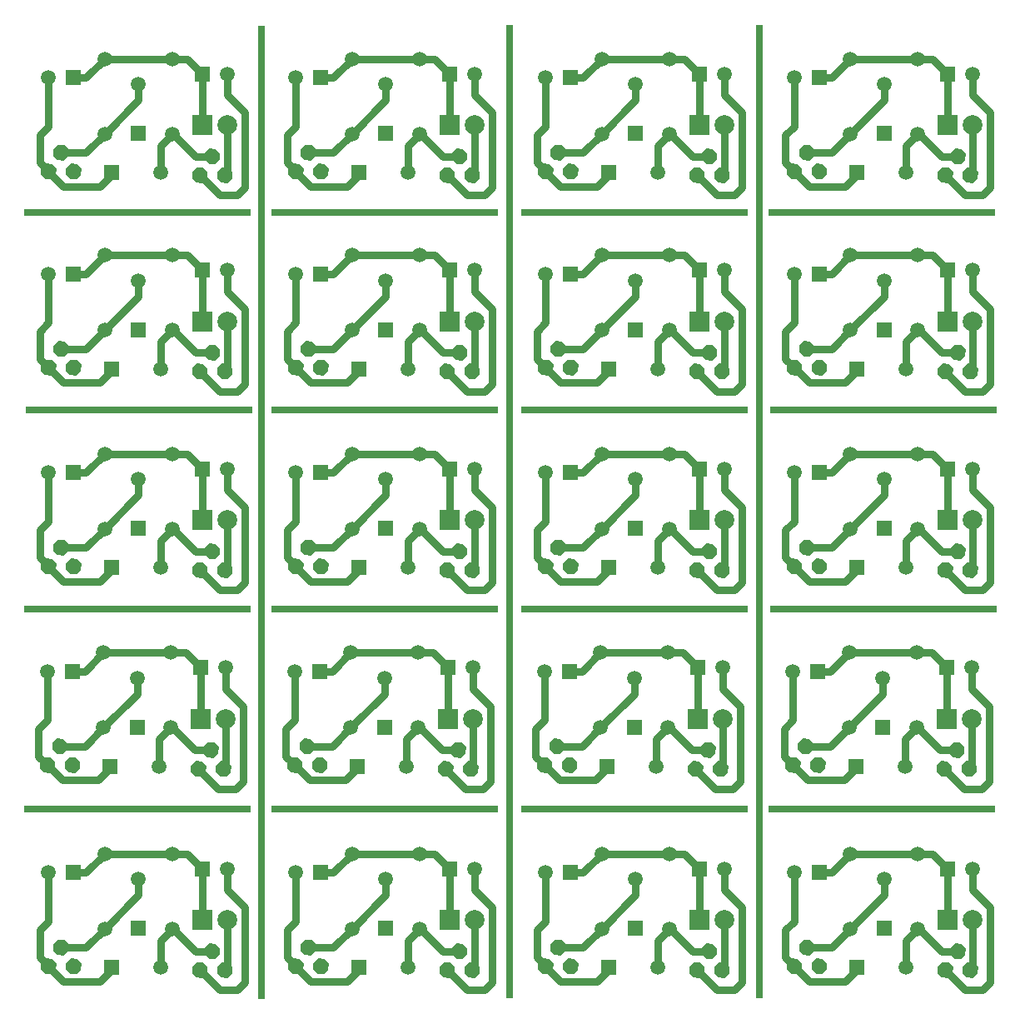
<source format=gbl>
G04 Layer_Physical_Order=2*
G04 Layer_Color=16711680*
%FSLAX25Y25*%
%MOIN*%
G70*
G01*
G75*
%ADD10C,0.03000*%
%ADD12R,0.90551X0.02756*%
%ADD13R,0.02756X3.89764*%
%ADD14C,0.05905*%
%ADD15R,0.05905X0.05905*%
%ADD16R,0.05905X0.05905*%
%ADD17R,0.07874X0.07874*%
%ADD18C,0.07874*%
G36*
X316832Y343428D02*
X318538Y341566D01*
X318428Y339042D01*
X316566Y337336D01*
X314042Y337446D01*
X312336Y339308D01*
X312446Y341832D01*
X314308Y343538D01*
X316832Y343428D01*
D02*
G37*
G36*
X217332D02*
X219038Y341566D01*
X218928Y339042D01*
X217066Y337336D01*
X214542Y337446D01*
X212836Y339308D01*
X212946Y341832D01*
X214808Y343538D01*
X217332Y343428D01*
D02*
G37*
G36*
X117332D02*
X119038Y341566D01*
X118928Y339042D01*
X117066Y337336D01*
X114542Y337446D01*
X112836Y339308D01*
X112946Y341832D01*
X114808Y343538D01*
X117332Y343428D01*
D02*
G37*
G36*
X18332D02*
X20038Y341566D01*
X19928Y339042D01*
X18066Y337336D01*
X15542Y337446D01*
X13836Y339308D01*
X13946Y341832D01*
X15808Y343538D01*
X18332Y343428D01*
D02*
G37*
G36*
X377332Y341928D02*
X379038Y340066D01*
X378928Y337542D01*
X377066Y335836D01*
X374542Y335946D01*
X372836Y337808D01*
X372946Y340332D01*
X374808Y342038D01*
X377332Y341928D01*
D02*
G37*
G36*
X277832D02*
X279538Y340066D01*
X279428Y337542D01*
X277566Y335836D01*
X275042Y335946D01*
X273336Y337808D01*
X273446Y340332D01*
X275308Y342038D01*
X277832Y341928D01*
D02*
G37*
G36*
X177832D02*
X179538Y340066D01*
X179428Y337542D01*
X177566Y335836D01*
X175042Y335946D01*
X173336Y337808D01*
X173446Y340332D01*
X175308Y342038D01*
X177832Y341928D01*
D02*
G37*
G36*
X78832D02*
X80538Y340066D01*
X80428Y337542D01*
X78566Y335836D01*
X76042Y335946D01*
X74336Y337808D01*
X74446Y340332D01*
X76308Y342038D01*
X78832Y341928D01*
D02*
G37*
G36*
X321832Y335928D02*
X323538Y334066D01*
X323428Y331542D01*
X321566Y329836D01*
X319042Y329946D01*
X317336Y331808D01*
X317446Y334332D01*
X319308Y336038D01*
X321832Y335928D01*
D02*
G37*
G36*
X311832D02*
X313538Y334066D01*
X313428Y331542D01*
X311566Y329836D01*
X309042Y329946D01*
X307336Y331808D01*
X307446Y334332D01*
X309308Y336038D01*
X311832Y335928D01*
D02*
G37*
G36*
X222332D02*
X224038Y334066D01*
X223928Y331542D01*
X222066Y329836D01*
X219542Y329946D01*
X217836Y331808D01*
X217946Y334332D01*
X219808Y336038D01*
X222332Y335928D01*
D02*
G37*
G36*
X212332D02*
X214038Y334066D01*
X213928Y331542D01*
X212066Y329836D01*
X209542Y329946D01*
X207836Y331808D01*
X207946Y334332D01*
X209808Y336038D01*
X212332Y335928D01*
D02*
G37*
G36*
X122332D02*
X124038Y334066D01*
X123928Y331542D01*
X122066Y329836D01*
X119542Y329946D01*
X117836Y331808D01*
X117946Y334332D01*
X119808Y336038D01*
X122332Y335928D01*
D02*
G37*
G36*
X112332D02*
X114038Y334066D01*
X113928Y331542D01*
X112066Y329836D01*
X109542Y329946D01*
X107836Y331808D01*
X107946Y334332D01*
X109808Y336038D01*
X112332Y335928D01*
D02*
G37*
G36*
X23332D02*
X25038Y334066D01*
X24928Y331542D01*
X23066Y329836D01*
X20542Y329946D01*
X18836Y331808D01*
X18946Y334332D01*
X20808Y336038D01*
X23332Y335928D01*
D02*
G37*
G36*
X13332D02*
X15038Y334066D01*
X14928Y331542D01*
X13066Y329836D01*
X10542Y329946D01*
X8836Y331808D01*
X8946Y334332D01*
X10808Y336038D01*
X13332Y335928D01*
D02*
G37*
G36*
X382332Y334428D02*
X384038Y332566D01*
X383928Y330042D01*
X382066Y328336D01*
X379542Y328446D01*
X377836Y330308D01*
X377946Y332832D01*
X379808Y334538D01*
X382332Y334428D01*
D02*
G37*
G36*
X372332D02*
X374038Y332566D01*
X373928Y330042D01*
X372066Y328336D01*
X369542Y328446D01*
X367836Y330308D01*
X367946Y332832D01*
X369808Y334538D01*
X372332Y334428D01*
D02*
G37*
G36*
X282832D02*
X284538Y332566D01*
X284428Y330042D01*
X282566Y328336D01*
X280042Y328446D01*
X278336Y330308D01*
X278446Y332832D01*
X280308Y334538D01*
X282832Y334428D01*
D02*
G37*
G36*
X272832D02*
X274538Y332566D01*
X274428Y330042D01*
X272566Y328336D01*
X270042Y328446D01*
X268336Y330308D01*
X268446Y332832D01*
X270308Y334538D01*
X272832Y334428D01*
D02*
G37*
G36*
X182832D02*
X184538Y332566D01*
X184428Y330042D01*
X182566Y328336D01*
X180042Y328446D01*
X178336Y330308D01*
X178446Y332832D01*
X180308Y334538D01*
X182832Y334428D01*
D02*
G37*
G36*
X172832D02*
X174538Y332566D01*
X174428Y330042D01*
X172566Y328336D01*
X170042Y328446D01*
X168336Y330308D01*
X168446Y332832D01*
X170308Y334538D01*
X172832Y334428D01*
D02*
G37*
G36*
X83832D02*
X85538Y332566D01*
X85428Y330042D01*
X83566Y328336D01*
X81042Y328446D01*
X79336Y330308D01*
X79446Y332832D01*
X81308Y334538D01*
X83832Y334428D01*
D02*
G37*
G36*
X73832D02*
X75538Y332566D01*
X75428Y330042D01*
X73566Y328336D01*
X71042Y328446D01*
X69336Y330308D01*
X69446Y332832D01*
X71308Y334538D01*
X73832Y334428D01*
D02*
G37*
G36*
X316832Y264928D02*
X318538Y263066D01*
X318428Y260542D01*
X316566Y258836D01*
X314042Y258946D01*
X312336Y260808D01*
X312446Y263332D01*
X314308Y265038D01*
X316832Y264928D01*
D02*
G37*
G36*
X217332D02*
X219038Y263066D01*
X218928Y260542D01*
X217066Y258836D01*
X214542Y258946D01*
X212836Y260808D01*
X212946Y263332D01*
X214808Y265038D01*
X217332Y264928D01*
D02*
G37*
G36*
X117332D02*
X119038Y263066D01*
X118928Y260542D01*
X117066Y258836D01*
X114542Y258946D01*
X112836Y260808D01*
X112946Y263332D01*
X114808Y265038D01*
X117332Y264928D01*
D02*
G37*
G36*
X18332D02*
X20038Y263066D01*
X19928Y260542D01*
X18066Y258836D01*
X15542Y258946D01*
X13836Y260808D01*
X13946Y263332D01*
X15808Y265038D01*
X18332Y264928D01*
D02*
G37*
G36*
X377332Y263428D02*
X379038Y261566D01*
X378928Y259042D01*
X377066Y257336D01*
X374542Y257446D01*
X372836Y259308D01*
X372946Y261832D01*
X374808Y263538D01*
X377332Y263428D01*
D02*
G37*
G36*
X277832D02*
X279538Y261566D01*
X279428Y259042D01*
X277566Y257336D01*
X275042Y257446D01*
X273336Y259308D01*
X273446Y261832D01*
X275308Y263538D01*
X277832Y263428D01*
D02*
G37*
G36*
X177832D02*
X179538Y261566D01*
X179428Y259042D01*
X177566Y257336D01*
X175042Y257446D01*
X173336Y259308D01*
X173446Y261832D01*
X175308Y263538D01*
X177832Y263428D01*
D02*
G37*
G36*
X78832D02*
X80538Y261566D01*
X80428Y259042D01*
X78566Y257336D01*
X76042Y257446D01*
X74336Y259308D01*
X74446Y261832D01*
X76308Y263538D01*
X78832Y263428D01*
D02*
G37*
G36*
X321832Y257428D02*
X323538Y255566D01*
X323428Y253042D01*
X321566Y251336D01*
X319042Y251446D01*
X317336Y253308D01*
X317446Y255832D01*
X319308Y257538D01*
X321832Y257428D01*
D02*
G37*
G36*
X311832D02*
X313538Y255566D01*
X313428Y253042D01*
X311566Y251336D01*
X309042Y251446D01*
X307336Y253308D01*
X307446Y255832D01*
X309308Y257538D01*
X311832Y257428D01*
D02*
G37*
G36*
X222332D02*
X224038Y255566D01*
X223928Y253042D01*
X222066Y251336D01*
X219542Y251446D01*
X217836Y253308D01*
X217946Y255832D01*
X219808Y257538D01*
X222332Y257428D01*
D02*
G37*
G36*
X212332D02*
X214038Y255566D01*
X213928Y253042D01*
X212066Y251336D01*
X209542Y251446D01*
X207836Y253308D01*
X207946Y255832D01*
X209808Y257538D01*
X212332Y257428D01*
D02*
G37*
G36*
X122332D02*
X124038Y255566D01*
X123928Y253042D01*
X122066Y251336D01*
X119542Y251446D01*
X117836Y253308D01*
X117946Y255832D01*
X119808Y257538D01*
X122332Y257428D01*
D02*
G37*
G36*
X112332D02*
X114038Y255566D01*
X113928Y253042D01*
X112066Y251336D01*
X109542Y251446D01*
X107836Y253308D01*
X107946Y255832D01*
X109808Y257538D01*
X112332Y257428D01*
D02*
G37*
G36*
X23332D02*
X25038Y255566D01*
X24928Y253042D01*
X23066Y251336D01*
X20542Y251446D01*
X18836Y253308D01*
X18946Y255832D01*
X20808Y257538D01*
X23332Y257428D01*
D02*
G37*
G36*
X13332D02*
X15038Y255566D01*
X14928Y253042D01*
X13066Y251336D01*
X10542Y251446D01*
X8836Y253308D01*
X8946Y255832D01*
X10808Y257538D01*
X13332Y257428D01*
D02*
G37*
G36*
X382332Y255928D02*
X384038Y254066D01*
X383928Y251542D01*
X382066Y249836D01*
X379542Y249946D01*
X377836Y251808D01*
X377946Y254332D01*
X379808Y256038D01*
X382332Y255928D01*
D02*
G37*
G36*
X372332D02*
X374038Y254066D01*
X373928Y251542D01*
X372066Y249836D01*
X369542Y249946D01*
X367836Y251808D01*
X367946Y254332D01*
X369808Y256038D01*
X372332Y255928D01*
D02*
G37*
G36*
X282832D02*
X284538Y254066D01*
X284428Y251542D01*
X282566Y249836D01*
X280042Y249946D01*
X278336Y251808D01*
X278446Y254332D01*
X280308Y256038D01*
X282832Y255928D01*
D02*
G37*
G36*
X272832D02*
X274538Y254066D01*
X274428Y251542D01*
X272566Y249836D01*
X270042Y249946D01*
X268336Y251808D01*
X268446Y254332D01*
X270308Y256038D01*
X272832Y255928D01*
D02*
G37*
G36*
X182832D02*
X184538Y254066D01*
X184428Y251542D01*
X182566Y249836D01*
X180042Y249946D01*
X178336Y251808D01*
X178446Y254332D01*
X180308Y256038D01*
X182832Y255928D01*
D02*
G37*
G36*
X172832D02*
X174538Y254066D01*
X174428Y251542D01*
X172566Y249836D01*
X170042Y249946D01*
X168336Y251808D01*
X168446Y254332D01*
X170308Y256038D01*
X172832Y255928D01*
D02*
G37*
G36*
X83832D02*
X85538Y254066D01*
X85428Y251542D01*
X83566Y249836D01*
X81042Y249946D01*
X79336Y251808D01*
X79446Y254332D01*
X81308Y256038D01*
X83832Y255928D01*
D02*
G37*
G36*
X73832D02*
X75538Y254066D01*
X75428Y251542D01*
X73566Y249836D01*
X71042Y249946D01*
X69336Y251808D01*
X69446Y254332D01*
X71308Y256038D01*
X73832Y255928D01*
D02*
G37*
G36*
X316832Y185428D02*
X318538Y183566D01*
X318428Y181042D01*
X316566Y179336D01*
X314042Y179446D01*
X312336Y181308D01*
X312446Y183832D01*
X314308Y185538D01*
X316832Y185428D01*
D02*
G37*
G36*
X217332D02*
X219038Y183566D01*
X218928Y181042D01*
X217066Y179336D01*
X214542Y179446D01*
X212836Y181308D01*
X212946Y183832D01*
X214808Y185538D01*
X217332Y185428D01*
D02*
G37*
G36*
X117332D02*
X119038Y183566D01*
X118928Y181042D01*
X117066Y179336D01*
X114542Y179446D01*
X112836Y181308D01*
X112946Y183832D01*
X114808Y185538D01*
X117332Y185428D01*
D02*
G37*
G36*
X18332D02*
X20038Y183566D01*
X19928Y181042D01*
X18066Y179336D01*
X15542Y179446D01*
X13836Y181308D01*
X13946Y183832D01*
X15808Y185538D01*
X18332Y185428D01*
D02*
G37*
G36*
X377332Y183928D02*
X379038Y182066D01*
X378928Y179542D01*
X377066Y177836D01*
X374542Y177946D01*
X372836Y179808D01*
X372946Y182332D01*
X374808Y184038D01*
X377332Y183928D01*
D02*
G37*
G36*
X277832D02*
X279538Y182066D01*
X279428Y179542D01*
X277566Y177836D01*
X275042Y177946D01*
X273336Y179808D01*
X273446Y182332D01*
X275308Y184038D01*
X277832Y183928D01*
D02*
G37*
G36*
X177832D02*
X179538Y182066D01*
X179428Y179542D01*
X177566Y177836D01*
X175042Y177946D01*
X173336Y179808D01*
X173446Y182332D01*
X175308Y184038D01*
X177832Y183928D01*
D02*
G37*
G36*
X78832D02*
X80538Y182066D01*
X80428Y179542D01*
X78566Y177836D01*
X76042Y177946D01*
X74336Y179808D01*
X74446Y182332D01*
X76308Y184038D01*
X78832Y183928D01*
D02*
G37*
G36*
X321832Y177928D02*
X323538Y176066D01*
X323428Y173542D01*
X321566Y171836D01*
X319042Y171946D01*
X317336Y173808D01*
X317446Y176332D01*
X319308Y178038D01*
X321832Y177928D01*
D02*
G37*
G36*
X311832D02*
X313538Y176066D01*
X313428Y173542D01*
X311566Y171836D01*
X309042Y171946D01*
X307336Y173808D01*
X307446Y176332D01*
X309308Y178038D01*
X311832Y177928D01*
D02*
G37*
G36*
X222332D02*
X224038Y176066D01*
X223928Y173542D01*
X222066Y171836D01*
X219542Y171946D01*
X217836Y173808D01*
X217946Y176332D01*
X219808Y178038D01*
X222332Y177928D01*
D02*
G37*
G36*
X212332D02*
X214038Y176066D01*
X213928Y173542D01*
X212066Y171836D01*
X209542Y171946D01*
X207836Y173808D01*
X207946Y176332D01*
X209808Y178038D01*
X212332Y177928D01*
D02*
G37*
G36*
X122332D02*
X124038Y176066D01*
X123928Y173542D01*
X122066Y171836D01*
X119542Y171946D01*
X117836Y173808D01*
X117946Y176332D01*
X119808Y178038D01*
X122332Y177928D01*
D02*
G37*
G36*
X112332D02*
X114038Y176066D01*
X113928Y173542D01*
X112066Y171836D01*
X109542Y171946D01*
X107836Y173808D01*
X107946Y176332D01*
X109808Y178038D01*
X112332Y177928D01*
D02*
G37*
G36*
X23332D02*
X25038Y176066D01*
X24928Y173542D01*
X23066Y171836D01*
X20542Y171946D01*
X18836Y173808D01*
X18946Y176332D01*
X20808Y178038D01*
X23332Y177928D01*
D02*
G37*
G36*
X13332D02*
X15038Y176066D01*
X14928Y173542D01*
X13066Y171836D01*
X10542Y171946D01*
X8836Y173808D01*
X8946Y176332D01*
X10808Y178038D01*
X13332Y177928D01*
D02*
G37*
G36*
X382332Y176428D02*
X384038Y174566D01*
X383928Y172042D01*
X382066Y170336D01*
X379542Y170446D01*
X377836Y172308D01*
X377946Y174832D01*
X379808Y176538D01*
X382332Y176428D01*
D02*
G37*
G36*
X372332D02*
X374038Y174566D01*
X373928Y172042D01*
X372066Y170336D01*
X369542Y170446D01*
X367836Y172308D01*
X367946Y174832D01*
X369808Y176538D01*
X372332Y176428D01*
D02*
G37*
G36*
X282832D02*
X284538Y174566D01*
X284428Y172042D01*
X282566Y170336D01*
X280042Y170446D01*
X278336Y172308D01*
X278446Y174832D01*
X280308Y176538D01*
X282832Y176428D01*
D02*
G37*
G36*
X272832D02*
X274538Y174566D01*
X274428Y172042D01*
X272566Y170336D01*
X270042Y170446D01*
X268336Y172308D01*
X268446Y174832D01*
X270308Y176538D01*
X272832Y176428D01*
D02*
G37*
G36*
X182832D02*
X184538Y174566D01*
X184428Y172042D01*
X182566Y170336D01*
X180042Y170446D01*
X178336Y172308D01*
X178446Y174832D01*
X180308Y176538D01*
X182832Y176428D01*
D02*
G37*
G36*
X172832D02*
X174538Y174566D01*
X174428Y172042D01*
X172566Y170336D01*
X170042Y170446D01*
X168336Y172308D01*
X168446Y174832D01*
X170308Y176538D01*
X172832Y176428D01*
D02*
G37*
G36*
X83832D02*
X85538Y174566D01*
X85428Y172042D01*
X83566Y170336D01*
X81042Y170446D01*
X79336Y172308D01*
X79446Y174832D01*
X81308Y176538D01*
X83832Y176428D01*
D02*
G37*
G36*
X73832D02*
X75538Y174566D01*
X75428Y172042D01*
X73566Y170336D01*
X71042Y170446D01*
X69336Y172308D01*
X69446Y174832D01*
X71308Y176538D01*
X73832Y176428D01*
D02*
G37*
G36*
X316332Y105928D02*
X318038Y104066D01*
X317928Y101542D01*
X316066Y99836D01*
X313542Y99946D01*
X311836Y101808D01*
X311946Y104332D01*
X313808Y106038D01*
X316332Y105928D01*
D02*
G37*
G36*
X216832D02*
X218538Y104066D01*
X218428Y101542D01*
X216566Y99836D01*
X214042Y99946D01*
X212336Y101808D01*
X212446Y104332D01*
X214308Y106038D01*
X216832Y105928D01*
D02*
G37*
G36*
X116832D02*
X118538Y104066D01*
X118428Y101542D01*
X116566Y99836D01*
X114042Y99946D01*
X112336Y101808D01*
X112446Y104332D01*
X114308Y106038D01*
X116832Y105928D01*
D02*
G37*
G36*
X17832D02*
X19538Y104066D01*
X19428Y101542D01*
X17566Y99836D01*
X15042Y99946D01*
X13336Y101808D01*
X13446Y104332D01*
X15308Y106038D01*
X17832Y105928D01*
D02*
G37*
G36*
X376832Y104428D02*
X378538Y102566D01*
X378428Y100042D01*
X376566Y98336D01*
X374042Y98446D01*
X372336Y100308D01*
X372446Y102832D01*
X374308Y104538D01*
X376832Y104428D01*
D02*
G37*
G36*
X277332D02*
X279038Y102566D01*
X278928Y100042D01*
X277066Y98336D01*
X274542Y98446D01*
X272836Y100308D01*
X272946Y102832D01*
X274808Y104538D01*
X277332Y104428D01*
D02*
G37*
G36*
X177332D02*
X179038Y102566D01*
X178928Y100042D01*
X177066Y98336D01*
X174542Y98446D01*
X172836Y100308D01*
X172946Y102832D01*
X174808Y104538D01*
X177332Y104428D01*
D02*
G37*
G36*
X78332D02*
X80038Y102566D01*
X79928Y100042D01*
X78066Y98336D01*
X75542Y98446D01*
X73836Y100308D01*
X73946Y102832D01*
X75808Y104538D01*
X78332Y104428D01*
D02*
G37*
G36*
X321332Y98428D02*
X323038Y96566D01*
X322928Y94042D01*
X321066Y92336D01*
X318542Y92446D01*
X316836Y94308D01*
X316946Y96832D01*
X318808Y98538D01*
X321332Y98428D01*
D02*
G37*
G36*
X311332D02*
X313038Y96566D01*
X312928Y94042D01*
X311066Y92336D01*
X308542Y92446D01*
X306836Y94308D01*
X306946Y96832D01*
X308808Y98538D01*
X311332Y98428D01*
D02*
G37*
G36*
X221832D02*
X223538Y96566D01*
X223428Y94042D01*
X221566Y92336D01*
X219042Y92446D01*
X217336Y94308D01*
X217446Y96832D01*
X219308Y98538D01*
X221832Y98428D01*
D02*
G37*
G36*
X211832D02*
X213538Y96566D01*
X213428Y94042D01*
X211566Y92336D01*
X209042Y92446D01*
X207336Y94308D01*
X207446Y96832D01*
X209308Y98538D01*
X211832Y98428D01*
D02*
G37*
G36*
X121832D02*
X123538Y96566D01*
X123428Y94042D01*
X121566Y92336D01*
X119042Y92446D01*
X117336Y94308D01*
X117446Y96832D01*
X119308Y98538D01*
X121832Y98428D01*
D02*
G37*
G36*
X111832D02*
X113538Y96566D01*
X113428Y94042D01*
X111566Y92336D01*
X109042Y92446D01*
X107336Y94308D01*
X107446Y96832D01*
X109308Y98538D01*
X111832Y98428D01*
D02*
G37*
G36*
X22832D02*
X24538Y96566D01*
X24428Y94042D01*
X22566Y92336D01*
X20042Y92446D01*
X18336Y94308D01*
X18446Y96832D01*
X20308Y98538D01*
X22832Y98428D01*
D02*
G37*
G36*
X12832D02*
X14538Y96566D01*
X14428Y94042D01*
X12566Y92336D01*
X10042Y92446D01*
X8336Y94308D01*
X8446Y96832D01*
X10308Y98538D01*
X12832Y98428D01*
D02*
G37*
G36*
X381832Y96928D02*
X383538Y95066D01*
X383428Y92542D01*
X381566Y90836D01*
X379042Y90946D01*
X377336Y92808D01*
X377446Y95332D01*
X379308Y97038D01*
X381832Y96928D01*
D02*
G37*
G36*
X371832D02*
X373538Y95066D01*
X373428Y92542D01*
X371566Y90836D01*
X369042Y90946D01*
X367336Y92808D01*
X367446Y95332D01*
X369308Y97038D01*
X371832Y96928D01*
D02*
G37*
G36*
X282332D02*
X284038Y95066D01*
X283928Y92542D01*
X282066Y90836D01*
X279542Y90946D01*
X277836Y92808D01*
X277946Y95332D01*
X279808Y97038D01*
X282332Y96928D01*
D02*
G37*
G36*
X272332D02*
X274038Y95066D01*
X273928Y92542D01*
X272066Y90836D01*
X269542Y90946D01*
X267836Y92808D01*
X267946Y95332D01*
X269808Y97038D01*
X272332Y96928D01*
D02*
G37*
G36*
X182332D02*
X184038Y95066D01*
X183928Y92542D01*
X182066Y90836D01*
X179542Y90946D01*
X177836Y92808D01*
X177946Y95332D01*
X179808Y97038D01*
X182332Y96928D01*
D02*
G37*
G36*
X172332D02*
X174038Y95066D01*
X173928Y92542D01*
X172066Y90836D01*
X169542Y90946D01*
X167836Y92808D01*
X167946Y95332D01*
X169808Y97038D01*
X172332Y96928D01*
D02*
G37*
G36*
X83332D02*
X85038Y95066D01*
X84928Y92542D01*
X83066Y90836D01*
X80542Y90946D01*
X78836Y92808D01*
X78946Y95332D01*
X80808Y97038D01*
X83332Y96928D01*
D02*
G37*
G36*
X73332D02*
X75038Y95066D01*
X74928Y92542D01*
X73066Y90836D01*
X70542Y90946D01*
X68836Y92808D01*
X68946Y95332D01*
X70808Y97038D01*
X73332Y96928D01*
D02*
G37*
G36*
X316832Y25428D02*
X318538Y23566D01*
X318428Y21042D01*
X316566Y19336D01*
X314042Y19446D01*
X312336Y21308D01*
X312446Y23832D01*
X314308Y25538D01*
X316832Y25428D01*
D02*
G37*
G36*
X217332D02*
X219038Y23566D01*
X218928Y21042D01*
X217066Y19336D01*
X214542Y19446D01*
X212836Y21308D01*
X212946Y23832D01*
X214808Y25538D01*
X217332Y25428D01*
D02*
G37*
G36*
X117332D02*
X119038Y23566D01*
X118928Y21042D01*
X117066Y19336D01*
X114542Y19446D01*
X112836Y21308D01*
X112946Y23832D01*
X114808Y25538D01*
X117332Y25428D01*
D02*
G37*
G36*
X18332D02*
X20038Y23566D01*
X19928Y21042D01*
X18066Y19336D01*
X15542Y19446D01*
X13836Y21308D01*
X13946Y23832D01*
X15808Y25538D01*
X18332Y25428D01*
D02*
G37*
G36*
X377332Y23928D02*
X379038Y22066D01*
X378928Y19542D01*
X377066Y17836D01*
X374542Y17946D01*
X372836Y19808D01*
X372946Y22332D01*
X374808Y24038D01*
X377332Y23928D01*
D02*
G37*
G36*
X277832D02*
X279538Y22066D01*
X279428Y19542D01*
X277566Y17836D01*
X275042Y17946D01*
X273336Y19808D01*
X273446Y22332D01*
X275308Y24038D01*
X277832Y23928D01*
D02*
G37*
G36*
X177832D02*
X179538Y22066D01*
X179428Y19542D01*
X177566Y17836D01*
X175042Y17946D01*
X173336Y19808D01*
X173446Y22332D01*
X175308Y24038D01*
X177832Y23928D01*
D02*
G37*
G36*
X78832D02*
X80538Y22066D01*
X80428Y19542D01*
X78566Y17836D01*
X76042Y17946D01*
X74336Y19808D01*
X74446Y22332D01*
X76308Y24038D01*
X78832Y23928D01*
D02*
G37*
G36*
X321832Y17928D02*
X323538Y16066D01*
X323428Y13542D01*
X321566Y11836D01*
X319042Y11946D01*
X317336Y13808D01*
X317446Y16332D01*
X319308Y18038D01*
X321832Y17928D01*
D02*
G37*
G36*
X311832D02*
X313538Y16066D01*
X313428Y13542D01*
X311566Y11836D01*
X309042Y11946D01*
X307336Y13808D01*
X307446Y16332D01*
X309308Y18038D01*
X311832Y17928D01*
D02*
G37*
G36*
X222332D02*
X224038Y16066D01*
X223928Y13542D01*
X222066Y11836D01*
X219542Y11946D01*
X217836Y13808D01*
X217946Y16332D01*
X219808Y18038D01*
X222332Y17928D01*
D02*
G37*
G36*
X212332D02*
X214038Y16066D01*
X213928Y13542D01*
X212066Y11836D01*
X209542Y11946D01*
X207836Y13808D01*
X207946Y16332D01*
X209808Y18038D01*
X212332Y17928D01*
D02*
G37*
G36*
X122332D02*
X124038Y16066D01*
X123928Y13542D01*
X122066Y11836D01*
X119542Y11946D01*
X117836Y13808D01*
X117946Y16332D01*
X119808Y18038D01*
X122332Y17928D01*
D02*
G37*
G36*
X112332D02*
X114038Y16066D01*
X113928Y13542D01*
X112066Y11836D01*
X109542Y11946D01*
X107836Y13808D01*
X107946Y16332D01*
X109808Y18038D01*
X112332Y17928D01*
D02*
G37*
G36*
X23332D02*
X25038Y16066D01*
X24928Y13542D01*
X23066Y11836D01*
X20542Y11946D01*
X18836Y13808D01*
X18946Y16332D01*
X20808Y18038D01*
X23332Y17928D01*
D02*
G37*
G36*
X13332D02*
X15038Y16066D01*
X14928Y13542D01*
X13066Y11836D01*
X10542Y11946D01*
X8836Y13808D01*
X8946Y16332D01*
X10808Y18038D01*
X13332Y17928D01*
D02*
G37*
G36*
X382332Y16428D02*
X384038Y14566D01*
X383928Y12042D01*
X382066Y10336D01*
X379542Y10446D01*
X377836Y12308D01*
X377946Y14832D01*
X379808Y16538D01*
X382332Y16428D01*
D02*
G37*
G36*
X372332D02*
X374038Y14566D01*
X373928Y12042D01*
X372066Y10336D01*
X369542Y10446D01*
X367836Y12308D01*
X367946Y14832D01*
X369808Y16538D01*
X372332Y16428D01*
D02*
G37*
G36*
X282832D02*
X284538Y14566D01*
X284428Y12042D01*
X282566Y10336D01*
X280042Y10446D01*
X278336Y12308D01*
X278446Y14832D01*
X280308Y16538D01*
X282832Y16428D01*
D02*
G37*
G36*
X272832D02*
X274538Y14566D01*
X274428Y12042D01*
X272566Y10336D01*
X270042Y10446D01*
X268336Y12308D01*
X268446Y14832D01*
X270308Y16538D01*
X272832Y16428D01*
D02*
G37*
G36*
X182832D02*
X184538Y14566D01*
X184428Y12042D01*
X182566Y10336D01*
X180042Y10446D01*
X178336Y12308D01*
X178446Y14832D01*
X180308Y16538D01*
X182832Y16428D01*
D02*
G37*
G36*
X172832D02*
X174538Y14566D01*
X174428Y12042D01*
X172566Y10336D01*
X170042Y10446D01*
X168336Y12308D01*
X168446Y14832D01*
X170308Y16538D01*
X172832Y16428D01*
D02*
G37*
G36*
X83832D02*
X85538Y14566D01*
X85428Y12042D01*
X83566Y10336D01*
X81042Y10446D01*
X79336Y12308D01*
X79446Y14832D01*
X81308Y16538D01*
X83832Y16428D01*
D02*
G37*
G36*
X73832D02*
X75538Y14566D01*
X75428Y12042D01*
X73566Y10336D01*
X71042Y10446D01*
X69336Y12308D01*
X69446Y14832D01*
X71308Y16538D01*
X73832Y16428D01*
D02*
G37*
D10*
X33937Y140437D02*
X60937D01*
X66937D01*
X72937Y134437D01*
X47437Y123937D02*
Y130280D01*
X33937Y110437D02*
X47437Y123937D01*
X11437Y113437D02*
Y132937D01*
X7937Y109937D02*
X11437Y113437D01*
X7937Y98937D02*
Y109937D01*
Y98937D02*
X11437Y95437D01*
X16437Y102937D02*
X26437D01*
X33937Y110437D01*
X11437Y95437D02*
X17437Y89437D01*
X31937D01*
X36595Y94095D01*
Y94937D01*
X56279Y94937D02*
Y105780D01*
X60937Y110437D01*
X82937Y125937D02*
Y134437D01*
X79937Y85937D02*
X86937D01*
X71937Y93937D02*
X79937Y85937D01*
X60937Y110437D02*
X61437D01*
X70437Y101437D01*
X76937D01*
X72937Y113937D02*
Y134437D01*
X82937Y94937D02*
Y113937D01*
X81937Y93937D02*
X82937Y94937D01*
X26437Y132937D02*
X33937Y140437D01*
X21437Y132937D02*
X26437D01*
X86937Y85937D02*
X89937Y88937D01*
Y118937D01*
X82937Y125937D02*
X89937Y118937D01*
X381437Y125937D02*
X388437Y118937D01*
Y88937D02*
Y118937D01*
X385437Y85937D02*
X388437Y88937D01*
X319937Y132937D02*
X324937D01*
X332437Y140437D01*
X380437Y93937D02*
X381437Y94937D01*
Y113937D01*
X371437D02*
Y134437D01*
X368937Y101437D02*
X375437D01*
X359937Y110437D02*
X368937Y101437D01*
X359437Y110437D02*
X359937D01*
X370437Y93937D02*
X378437Y85937D01*
X385437D01*
X381437Y125937D02*
Y134437D01*
X354780Y105780D02*
X359437Y110437D01*
X354780Y94937D02*
Y105780D01*
X335094Y94095D02*
Y94937D01*
X330437Y89437D02*
X335094Y94095D01*
X315937Y89437D02*
X330437D01*
X309937Y95437D02*
X315937Y89437D01*
X324937Y102937D02*
X332437Y110437D01*
X314937Y102937D02*
X324937D01*
X306437Y98937D02*
X309937Y95437D01*
X306437Y98937D02*
Y109937D01*
X309937Y113437D01*
Y132937D01*
X332437Y110437D02*
X345937Y123937D01*
Y130280D01*
X365437Y140437D02*
X371437Y134437D01*
X359437Y140437D02*
X365437D01*
X332437D02*
X359437D01*
X281937Y125937D02*
X288937Y118937D01*
Y88937D02*
Y118937D01*
X285937Y85937D02*
X288937Y88937D01*
X220437Y132937D02*
X225437D01*
X232937Y140437D01*
X280937Y93937D02*
X281937Y94937D01*
Y113937D01*
X271937D02*
Y134437D01*
X269437Y101437D02*
X275937D01*
X260437Y110437D02*
X269437Y101437D01*
X259937Y110437D02*
X260437D01*
X270937Y93937D02*
X278937Y85937D01*
X285937D01*
X281937Y125937D02*
Y134437D01*
X255279Y105780D02*
X259937Y110437D01*
X255279Y94937D02*
Y105780D01*
X235595Y94095D02*
Y94937D01*
X230937Y89437D02*
X235595Y94095D01*
X216437Y89437D02*
X230937D01*
X210437Y95437D02*
X216437Y89437D01*
X225437Y102937D02*
X232937Y110437D01*
X215437Y102937D02*
X225437D01*
X206937Y98937D02*
X210437Y95437D01*
X206937Y98937D02*
Y109937D01*
X210437Y113437D01*
Y132937D01*
X232937Y110437D02*
X246437Y123937D01*
Y130280D01*
X265937Y140437D02*
X271937Y134437D01*
X259937Y140437D02*
X265937D01*
X232937D02*
X259937D01*
X181937Y125937D02*
X188937Y118937D01*
Y88937D02*
Y118937D01*
X185937Y85937D02*
X188937Y88937D01*
X120437Y132937D02*
X125437D01*
X132937Y140437D01*
X180937Y93937D02*
X181937Y94937D01*
Y113937D01*
X171937D02*
Y134437D01*
X169437Y101437D02*
X175937D01*
X160437Y110437D02*
X169437Y101437D01*
X159937Y110437D02*
X160437D01*
X170937Y93937D02*
X178937Y85937D01*
X185937D01*
X181937Y125937D02*
Y134437D01*
X155280Y105780D02*
X159937Y110437D01*
X155280Y94937D02*
Y105780D01*
X135594Y94095D02*
Y94937D01*
X130937Y89437D02*
X135594Y94095D01*
X116437Y89437D02*
X130937D01*
X110437Y95437D02*
X116437Y89437D01*
X125437Y102937D02*
X132937Y110437D01*
X115437Y102937D02*
X125437D01*
X106937Y98937D02*
X110437Y95437D01*
X106937Y98937D02*
Y109937D01*
X110437Y113437D01*
Y132937D01*
X132937Y110437D02*
X146437Y123937D01*
Y130280D01*
X165937Y140437D02*
X171937Y134437D01*
X159937Y140437D02*
X165937D01*
X132937D02*
X159937D01*
X34437Y219937D02*
X61437D01*
X67437D01*
X73437Y213937D01*
X47937Y203437D02*
Y209780D01*
X34437Y189937D02*
X47937Y203437D01*
X11937Y192937D02*
Y212437D01*
X8437Y189437D02*
X11937Y192937D01*
X8437Y178437D02*
Y189437D01*
Y178437D02*
X11937Y174937D01*
X16937Y182437D02*
X26937D01*
X34437Y189937D01*
X11937Y174937D02*
X17937Y168937D01*
X32437D01*
X37095Y173594D01*
Y174437D01*
X56779Y174437D02*
Y185280D01*
X61437Y189937D01*
X83437Y205437D02*
Y213937D01*
X80437Y165437D02*
X87437D01*
X72437Y173437D02*
X80437Y165437D01*
X61437Y189937D02*
X61937D01*
X70937Y180937D01*
X77437D01*
X73437Y193437D02*
Y213937D01*
X83437Y174437D02*
Y193437D01*
X82437Y173437D02*
X83437Y174437D01*
X26937Y212437D02*
X34437Y219937D01*
X21937Y212437D02*
X26937D01*
X87437Y165437D02*
X90437Y168437D01*
Y198437D01*
X83437Y205437D02*
X90437Y198437D01*
X381937Y205437D02*
X388937Y198437D01*
Y168437D02*
Y198437D01*
X385937Y165437D02*
X388937Y168437D01*
X320437Y212437D02*
X325437D01*
X332937Y219937D01*
X380937Y173437D02*
X381937Y174437D01*
Y193437D01*
X371937D02*
Y213937D01*
X369437Y180937D02*
X375937D01*
X360437Y189937D02*
X369437Y180937D01*
X359937Y189937D02*
X360437D01*
X370937Y173437D02*
X378937Y165437D01*
X385937D01*
X381937Y205437D02*
Y213937D01*
X355279Y185280D02*
X359937Y189937D01*
X355279Y174437D02*
Y185280D01*
X335595Y173594D02*
Y174437D01*
X330937Y168937D02*
X335595Y173594D01*
X316437Y168937D02*
X330937D01*
X310437Y174937D02*
X316437Y168937D01*
X325437Y182437D02*
X332937Y189937D01*
X315437Y182437D02*
X325437D01*
X306937Y178437D02*
X310437Y174937D01*
X306937Y178437D02*
Y189437D01*
X310437Y192937D01*
Y212437D01*
X332937Y189937D02*
X346437Y203437D01*
Y209780D01*
X365937Y219937D02*
X371937Y213937D01*
X359937Y219937D02*
X365937D01*
X332937D02*
X359937D01*
X282437Y205437D02*
X289437Y198437D01*
Y168437D02*
Y198437D01*
X286437Y165437D02*
X289437Y168437D01*
X220937Y212437D02*
X225937D01*
X233437Y219937D01*
X281437Y173437D02*
X282437Y174437D01*
Y193437D01*
X272437D02*
Y213937D01*
X269937Y180937D02*
X276437D01*
X260937Y189937D02*
X269937Y180937D01*
X260437Y189937D02*
X260937D01*
X271437Y173437D02*
X279437Y165437D01*
X286437D01*
X282437Y205437D02*
Y213937D01*
X255780Y185280D02*
X260437Y189937D01*
X255780Y174437D02*
Y185280D01*
X236094Y173594D02*
Y174437D01*
X231437Y168937D02*
X236094Y173594D01*
X216937Y168937D02*
X231437D01*
X210937Y174937D02*
X216937Y168937D01*
X225937Y182437D02*
X233437Y189937D01*
X215937Y182437D02*
X225937D01*
X207437Y178437D02*
X210937Y174937D01*
X207437Y178437D02*
Y189437D01*
X210937Y192937D01*
Y212437D01*
X233437Y189937D02*
X246937Y203437D01*
Y209780D01*
X266437Y219937D02*
X272437Y213937D01*
X260437Y219937D02*
X266437D01*
X233437D02*
X260437D01*
X182437Y205437D02*
X189437Y198437D01*
Y168437D02*
Y198437D01*
X186437Y165437D02*
X189437Y168437D01*
X120937Y212437D02*
X125937D01*
X133437Y219937D01*
X181437Y173437D02*
X182437Y174437D01*
Y193437D01*
X172437D02*
Y213937D01*
X169937Y180937D02*
X176437D01*
X160937Y189937D02*
X169937Y180937D01*
X160437Y189937D02*
X160937D01*
X171437Y173437D02*
X179437Y165437D01*
X186437D01*
X182437Y205437D02*
Y213937D01*
X155780Y185280D02*
X160437Y189937D01*
X155780Y174437D02*
Y185280D01*
X136094Y173594D02*
Y174437D01*
X131437Y168937D02*
X136094Y173594D01*
X116937Y168937D02*
X131437D01*
X110937Y174937D02*
X116937Y168937D01*
X125937Y182437D02*
X133437Y189937D01*
X115937Y182437D02*
X125937D01*
X107437Y178437D02*
X110937Y174937D01*
X107437Y178437D02*
Y189437D01*
X110937Y192937D01*
Y212437D01*
X133437Y189937D02*
X146937Y203437D01*
Y209780D01*
X166437Y219937D02*
X172437Y213937D01*
X160437Y219937D02*
X166437D01*
X133437D02*
X160437D01*
X34437Y299437D02*
X61437D01*
X67437D01*
X73437Y293437D01*
X47937Y282937D02*
Y289280D01*
X34437Y269437D02*
X47937Y282937D01*
X11937Y272437D02*
Y291937D01*
X8437Y268937D02*
X11937Y272437D01*
X8437Y257937D02*
Y268937D01*
Y257937D02*
X11937Y254437D01*
X16937Y261937D02*
X26937D01*
X34437Y269437D01*
X11937Y254437D02*
X17937Y248437D01*
X32437D01*
X37095Y253095D01*
Y253937D01*
X56779Y253937D02*
Y264779D01*
X61437Y269437D01*
X83437Y284937D02*
Y293437D01*
X80437Y244937D02*
X87437D01*
X72437Y252937D02*
X80437Y244937D01*
X61437Y269437D02*
X61937D01*
X70937Y260437D01*
X77437D01*
X73437Y272937D02*
Y293437D01*
X83437Y253937D02*
Y272937D01*
X82437Y252937D02*
X83437Y253937D01*
X26937Y291937D02*
X34437Y299437D01*
X21937Y291937D02*
X26937D01*
X87437Y244937D02*
X90437Y247937D01*
Y277937D01*
X83437Y284937D02*
X90437Y277937D01*
X381937Y284937D02*
X388937Y277937D01*
Y247937D02*
Y277937D01*
X385937Y244937D02*
X388937Y247937D01*
X320437Y291937D02*
X325437D01*
X332937Y299437D01*
X380937Y252937D02*
X381937Y253937D01*
Y272937D01*
X371937D02*
Y293437D01*
X369437Y260437D02*
X375937D01*
X360437Y269437D02*
X369437Y260437D01*
X359937Y269437D02*
X360437D01*
X370937Y252937D02*
X378937Y244937D01*
X385937D01*
X381937Y284937D02*
Y293437D01*
X355279Y264779D02*
X359937Y269437D01*
X355279Y253937D02*
Y264779D01*
X335595Y253095D02*
Y253937D01*
X330937Y248437D02*
X335595Y253095D01*
X316437Y248437D02*
X330937D01*
X310437Y254437D02*
X316437Y248437D01*
X325437Y261937D02*
X332937Y269437D01*
X315437Y261937D02*
X325437D01*
X306937Y257937D02*
X310437Y254437D01*
X306937Y257937D02*
Y268937D01*
X310437Y272437D01*
Y291937D01*
X332937Y269437D02*
X346437Y282937D01*
Y289280D01*
X365937Y299437D02*
X371937Y293437D01*
X359937Y299437D02*
X365937D01*
X332937D02*
X359937D01*
X282437Y284937D02*
X289437Y277937D01*
Y247937D02*
Y277937D01*
X286437Y244937D02*
X289437Y247937D01*
X220937Y291937D02*
X225937D01*
X233437Y299437D01*
X281437Y252937D02*
X282437Y253937D01*
Y272937D01*
X272437D02*
Y293437D01*
X269937Y260437D02*
X276437D01*
X260937Y269437D02*
X269937Y260437D01*
X260437Y269437D02*
X260937D01*
X271437Y252937D02*
X279437Y244937D01*
X286437D01*
X282437Y284937D02*
Y293437D01*
X255780Y264779D02*
X260437Y269437D01*
X255780Y253937D02*
Y264779D01*
X236094Y253095D02*
Y253937D01*
X231437Y248437D02*
X236094Y253095D01*
X216937Y248437D02*
X231437D01*
X210937Y254437D02*
X216937Y248437D01*
X225937Y261937D02*
X233437Y269437D01*
X215937Y261937D02*
X225937D01*
X207437Y257937D02*
X210937Y254437D01*
X207437Y257937D02*
Y268937D01*
X210937Y272437D01*
Y291937D01*
X233437Y269437D02*
X246937Y282937D01*
Y289280D01*
X266437Y299437D02*
X272437Y293437D01*
X260437Y299437D02*
X266437D01*
X233437D02*
X260437D01*
X182437Y284937D02*
X189437Y277937D01*
Y247937D02*
Y277937D01*
X186437Y244937D02*
X189437Y247937D01*
X120937Y291937D02*
X125937D01*
X133437Y299437D01*
X181437Y252937D02*
X182437Y253937D01*
Y272937D01*
X172437D02*
Y293437D01*
X169937Y260437D02*
X176437D01*
X160937Y269437D02*
X169937Y260437D01*
X160437Y269437D02*
X160937D01*
X171437Y252937D02*
X179437Y244937D01*
X186437D01*
X182437Y284937D02*
Y293437D01*
X155780Y264779D02*
X160437Y269437D01*
X155780Y253937D02*
Y264779D01*
X136094Y253095D02*
Y253937D01*
X131437Y248437D02*
X136094Y253095D01*
X116937Y248437D02*
X131437D01*
X110937Y254437D02*
X116937Y248437D01*
X125937Y261937D02*
X133437Y269437D01*
X115937Y261937D02*
X125937D01*
X107437Y257937D02*
X110937Y254437D01*
X107437Y257937D02*
Y268937D01*
X110937Y272437D01*
Y291937D01*
X133437Y269437D02*
X146937Y282937D01*
Y289280D01*
X166437Y299437D02*
X172437Y293437D01*
X160437Y299437D02*
X166437D01*
X133437D02*
X160437D01*
X34437Y377937D02*
X61437D01*
X67437D01*
X73437Y371937D01*
X47937Y361437D02*
Y367779D01*
X34437Y347937D02*
X47937Y361437D01*
X11937Y350937D02*
Y370437D01*
X8437Y347437D02*
X11937Y350937D01*
X8437Y336437D02*
Y347437D01*
Y336437D02*
X11937Y332937D01*
X16937Y340437D02*
X26937D01*
X34437Y347937D01*
X11937Y332937D02*
X17937Y326937D01*
X32437D01*
X37095Y331594D01*
Y332437D01*
X56779Y332437D02*
Y343280D01*
X61437Y347937D01*
X83437Y363437D02*
Y371937D01*
X80437Y323437D02*
X87437D01*
X72437Y331437D02*
X80437Y323437D01*
X61437Y347937D02*
X61937D01*
X70937Y338937D01*
X77437D01*
X73437Y351437D02*
Y371937D01*
X83437Y332437D02*
Y351437D01*
X82437Y331437D02*
X83437Y332437D01*
X26937Y370437D02*
X34437Y377937D01*
X21937Y370437D02*
X26937D01*
X87437Y323437D02*
X90437Y326437D01*
Y356437D01*
X83437Y363437D02*
X90437Y356437D01*
X381937Y363437D02*
X388937Y356437D01*
Y326437D02*
Y356437D01*
X385937Y323437D02*
X388937Y326437D01*
X320437Y370437D02*
X325437D01*
X332937Y377937D01*
X380937Y331437D02*
X381937Y332437D01*
Y351437D01*
X371937D02*
Y371937D01*
X369437Y338937D02*
X375937D01*
X360437Y347937D02*
X369437Y338937D01*
X359937Y347937D02*
X360437D01*
X370937Y331437D02*
X378937Y323437D01*
X385937D01*
X381937Y363437D02*
Y371937D01*
X355279Y343280D02*
X359937Y347937D01*
X355279Y332437D02*
Y343280D01*
X335595Y331594D02*
Y332437D01*
X330937Y326937D02*
X335595Y331594D01*
X316437Y326937D02*
X330937D01*
X310437Y332937D02*
X316437Y326937D01*
X325437Y340437D02*
X332937Y347937D01*
X315437Y340437D02*
X325437D01*
X306937Y336437D02*
X310437Y332937D01*
X306937Y336437D02*
Y347437D01*
X310437Y350937D01*
Y370437D01*
X332937Y347937D02*
X346437Y361437D01*
Y367779D01*
X365937Y377937D02*
X371937Y371937D01*
X359937Y377937D02*
X365937D01*
X332937D02*
X359937D01*
X282437Y363437D02*
X289437Y356437D01*
Y326437D02*
Y356437D01*
X286437Y323437D02*
X289437Y326437D01*
X220937Y370437D02*
X225937D01*
X233437Y377937D01*
X281437Y331437D02*
X282437Y332437D01*
Y351437D01*
X272437D02*
Y371937D01*
X269937Y338937D02*
X276437D01*
X260937Y347937D02*
X269937Y338937D01*
X260437Y347937D02*
X260937D01*
X271437Y331437D02*
X279437Y323437D01*
X286437D01*
X282437Y363437D02*
Y371937D01*
X255780Y343280D02*
X260437Y347937D01*
X255780Y332437D02*
Y343280D01*
X236094Y331594D02*
Y332437D01*
X231437Y326937D02*
X236094Y331594D01*
X216937Y326937D02*
X231437D01*
X210937Y332937D02*
X216937Y326937D01*
X225937Y340437D02*
X233437Y347937D01*
X215937Y340437D02*
X225937D01*
X207437Y336437D02*
X210937Y332937D01*
X207437Y336437D02*
Y347437D01*
X210937Y350937D01*
Y370437D01*
X233437Y347937D02*
X246937Y361437D01*
Y367779D01*
X266437Y377937D02*
X272437Y371937D01*
X260437Y377937D02*
X266437D01*
X233437D02*
X260437D01*
X182437Y363437D02*
X189437Y356437D01*
Y326437D02*
Y356437D01*
X186437Y323437D02*
X189437Y326437D01*
X120937Y370437D02*
X125937D01*
X133437Y377937D01*
X181437Y331437D02*
X182437Y332437D01*
Y351437D01*
X172437D02*
Y371937D01*
X169937Y338937D02*
X176437D01*
X160937Y347937D02*
X169937Y338937D01*
X160437Y347937D02*
X160937D01*
X171437Y331437D02*
X179437Y323437D01*
X186437D01*
X182437Y363437D02*
Y371937D01*
X155780Y343280D02*
X160437Y347937D01*
X155780Y332437D02*
Y343280D01*
X136094Y331594D02*
Y332437D01*
X131437Y326937D02*
X136094Y331594D01*
X116937Y326937D02*
X131437D01*
X110937Y332937D02*
X116937Y326937D01*
X125937Y340437D02*
X133437Y347937D01*
X115937Y340437D02*
X125937D01*
X107437Y336437D02*
X110937Y332937D01*
X107437Y336437D02*
Y347437D01*
X110937Y350937D01*
Y370437D01*
X133437Y347937D02*
X146937Y361437D01*
Y367779D01*
X166437Y377937D02*
X172437Y371937D01*
X160437Y377937D02*
X166437D01*
X133437D02*
X160437D01*
X133437Y59937D02*
X160437D01*
X166437D01*
X172437Y53937D01*
X146937Y43437D02*
Y49779D01*
X133437Y29937D02*
X146937Y43437D01*
X110937Y32937D02*
Y52437D01*
X107437Y29437D02*
X110937Y32937D01*
X107437Y18437D02*
Y29437D01*
Y18437D02*
X110937Y14937D01*
X115937Y22437D02*
X125937D01*
X133437Y29937D01*
X110937Y14937D02*
X116937Y8937D01*
X131437D01*
X136094Y13595D01*
Y14437D01*
X155780Y14437D02*
Y25280D01*
X160437Y29937D01*
X182437Y45437D02*
Y53937D01*
X179437Y5437D02*
X186437D01*
X171437Y13437D02*
X179437Y5437D01*
X160437Y29937D02*
X160937D01*
X169937Y20937D01*
X176437D01*
X172437Y33437D02*
Y53937D01*
X182437Y14437D02*
Y33437D01*
X181437Y13437D02*
X182437Y14437D01*
X125937Y52437D02*
X133437Y59937D01*
X120937Y52437D02*
X125937D01*
X186437Y5437D02*
X189437Y8437D01*
Y38437D01*
X182437Y45437D02*
X189437Y38437D01*
X233437Y59937D02*
X260437D01*
X266437D01*
X272437Y53937D01*
X246937Y43437D02*
Y49779D01*
X233437Y29937D02*
X246937Y43437D01*
X210937Y32937D02*
Y52437D01*
X207437Y29437D02*
X210937Y32937D01*
X207437Y18437D02*
Y29437D01*
Y18437D02*
X210937Y14937D01*
X215937Y22437D02*
X225937D01*
X233437Y29937D01*
X210937Y14937D02*
X216937Y8937D01*
X231437D01*
X236094Y13595D01*
Y14437D01*
X255780Y14437D02*
Y25280D01*
X260437Y29937D01*
X282437Y45437D02*
Y53937D01*
X279437Y5437D02*
X286437D01*
X271437Y13437D02*
X279437Y5437D01*
X260437Y29937D02*
X260937D01*
X269937Y20937D01*
X276437D01*
X272437Y33437D02*
Y53937D01*
X282437Y14437D02*
Y33437D01*
X281437Y13437D02*
X282437Y14437D01*
X225937Y52437D02*
X233437Y59937D01*
X220937Y52437D02*
X225937D01*
X286437Y5437D02*
X289437Y8437D01*
Y38437D01*
X282437Y45437D02*
X289437Y38437D01*
X332937Y59937D02*
X359937D01*
X365937D01*
X371937Y53937D01*
X346437Y43437D02*
Y49779D01*
X332937Y29937D02*
X346437Y43437D01*
X310437Y32937D02*
Y52437D01*
X306937Y29437D02*
X310437Y32937D01*
X306937Y18437D02*
Y29437D01*
Y18437D02*
X310437Y14937D01*
X315437Y22437D02*
X325437D01*
X332937Y29937D01*
X310437Y14937D02*
X316437Y8937D01*
X330937D01*
X335595Y13595D01*
Y14437D01*
X355279Y14437D02*
Y25280D01*
X359937Y29937D01*
X381937Y45437D02*
Y53937D01*
X378937Y5437D02*
X385937D01*
X370937Y13437D02*
X378937Y5437D01*
X359937Y29937D02*
X360437D01*
X369437Y20937D01*
X375937D01*
X371937Y33437D02*
Y53937D01*
X381937Y14437D02*
Y33437D01*
X380937Y13437D02*
X381937Y14437D01*
X325437Y52437D02*
X332937Y59937D01*
X320437Y52437D02*
X325437D01*
X385937Y5437D02*
X388937Y8437D01*
Y38437D01*
X381937Y45437D02*
X388937Y38437D01*
X83437Y45437D02*
X90437Y38437D01*
Y8437D02*
Y38437D01*
X87437Y5437D02*
X90437Y8437D01*
X21937Y52437D02*
X26937D01*
X34437Y59937D01*
X82437Y13437D02*
X83437Y14437D01*
Y33437D01*
X73437D02*
Y53937D01*
X70937Y20937D02*
X77437D01*
X61937Y29937D02*
X70937Y20937D01*
X61437Y29937D02*
X61937D01*
X72437Y13437D02*
X80437Y5437D01*
X87437D01*
X83437Y45437D02*
Y53937D01*
X56779Y25280D02*
X61437Y29937D01*
X56779Y14437D02*
Y25280D01*
X37095Y13595D02*
Y14437D01*
X32437Y8937D02*
X37095Y13595D01*
X17937Y8937D02*
X32437D01*
X11937Y14937D02*
X17937Y8937D01*
X26937Y22437D02*
X34437Y29937D01*
X16937Y22437D02*
X26937D01*
X8437Y18437D02*
X11937Y14937D01*
X8437Y18437D02*
Y29437D01*
X11937Y32937D01*
Y52437D01*
X34437Y29937D02*
X47937Y43437D01*
Y49779D01*
X67437Y59937D02*
X73437Y53937D01*
X61437Y59937D02*
X67437D01*
X34437D02*
X61437D01*
D12*
X345500Y78000D02*
D03*
X346000Y158000D02*
D03*
Y237500D02*
D03*
X345500Y316500D02*
D03*
X246500Y78000D02*
D03*
Y158000D02*
D03*
Y237500D02*
D03*
Y316500D02*
D03*
X146500Y78000D02*
D03*
Y158000D02*
D03*
Y237500D02*
D03*
Y316500D02*
D03*
X47500Y78000D02*
D03*
Y158000D02*
D03*
X48000Y237500D02*
D03*
X47500Y316500D02*
D03*
D13*
X296500Y197000D02*
D03*
X196500D02*
D03*
X97000Y196500D02*
D03*
D14*
X56279Y94937D02*
D03*
X47437Y130280D02*
D03*
X11437Y132937D02*
D03*
X82937Y134437D02*
D03*
X21437Y95437D02*
D03*
X16437Y102937D02*
D03*
X11437Y95437D02*
D03*
X81937Y93937D02*
D03*
X76937Y101437D02*
D03*
X71937Y93937D02*
D03*
X33937Y140437D02*
D03*
Y110437D02*
D03*
X60937Y140437D02*
D03*
Y110437D02*
D03*
X359437Y140437D02*
D03*
Y110437D02*
D03*
X332437Y140437D02*
D03*
Y110437D02*
D03*
X380437Y93937D02*
D03*
X375437Y101437D02*
D03*
X370437Y93937D02*
D03*
X319937Y95437D02*
D03*
X314937Y102937D02*
D03*
X309937Y95437D02*
D03*
X381437Y134437D02*
D03*
X309937Y132937D02*
D03*
X345937Y130280D02*
D03*
X354780Y94937D02*
D03*
X259937Y140437D02*
D03*
Y110437D02*
D03*
X232937Y140437D02*
D03*
Y110437D02*
D03*
X280937Y93937D02*
D03*
X275937Y101437D02*
D03*
X270937Y93937D02*
D03*
X220437Y95437D02*
D03*
X215437Y102937D02*
D03*
X210437Y95437D02*
D03*
X281937Y134437D02*
D03*
X210437Y132937D02*
D03*
X246437Y130280D02*
D03*
X255279Y94937D02*
D03*
X159937Y140437D02*
D03*
Y110437D02*
D03*
X132937Y140437D02*
D03*
Y110437D02*
D03*
X180937Y93937D02*
D03*
X175937Y101437D02*
D03*
X170937Y93937D02*
D03*
X120437Y95437D02*
D03*
X115437Y102937D02*
D03*
X110437Y95437D02*
D03*
X181937Y134437D02*
D03*
X110437Y132937D02*
D03*
X146437Y130280D02*
D03*
X155280Y94937D02*
D03*
X56779Y174437D02*
D03*
X47937Y209780D02*
D03*
X11937Y212437D02*
D03*
X83437Y213937D02*
D03*
X21937Y174937D02*
D03*
X16937Y182437D02*
D03*
X11937Y174937D02*
D03*
X82437Y173437D02*
D03*
X77437Y180937D02*
D03*
X72437Y173437D02*
D03*
X34437Y219937D02*
D03*
Y189937D02*
D03*
X61437Y219937D02*
D03*
Y189937D02*
D03*
X359937Y219937D02*
D03*
Y189937D02*
D03*
X332937Y219937D02*
D03*
Y189937D02*
D03*
X380937Y173437D02*
D03*
X375937Y180937D02*
D03*
X370937Y173437D02*
D03*
X320437Y174937D02*
D03*
X315437Y182437D02*
D03*
X310437Y174937D02*
D03*
X381937Y213937D02*
D03*
X310437Y212437D02*
D03*
X346437Y209780D02*
D03*
X355279Y174437D02*
D03*
X260437Y219937D02*
D03*
Y189937D02*
D03*
X233437Y219937D02*
D03*
Y189937D02*
D03*
X281437Y173437D02*
D03*
X276437Y180937D02*
D03*
X271437Y173437D02*
D03*
X220937Y174937D02*
D03*
X215937Y182437D02*
D03*
X210937Y174937D02*
D03*
X282437Y213937D02*
D03*
X210937Y212437D02*
D03*
X246937Y209780D02*
D03*
X255780Y174437D02*
D03*
X160437Y219937D02*
D03*
Y189937D02*
D03*
X133437Y219937D02*
D03*
Y189937D02*
D03*
X181437Y173437D02*
D03*
X176437Y180937D02*
D03*
X171437Y173437D02*
D03*
X120937Y174937D02*
D03*
X115937Y182437D02*
D03*
X110937Y174937D02*
D03*
X182437Y213937D02*
D03*
X110937Y212437D02*
D03*
X146937Y209780D02*
D03*
X155780Y174437D02*
D03*
X56779Y253937D02*
D03*
X47937Y289280D02*
D03*
X11937Y291937D02*
D03*
X83437Y293437D02*
D03*
X21937Y254437D02*
D03*
X16937Y261937D02*
D03*
X11937Y254437D02*
D03*
X82437Y252937D02*
D03*
X77437Y260437D02*
D03*
X72437Y252937D02*
D03*
X34437Y299437D02*
D03*
Y269437D02*
D03*
X61437Y299437D02*
D03*
Y269437D02*
D03*
X359937Y299437D02*
D03*
Y269437D02*
D03*
X332937Y299437D02*
D03*
Y269437D02*
D03*
X380937Y252937D02*
D03*
X375937Y260437D02*
D03*
X370937Y252937D02*
D03*
X320437Y254437D02*
D03*
X315437Y261937D02*
D03*
X310437Y254437D02*
D03*
X381937Y293437D02*
D03*
X310437Y291937D02*
D03*
X346437Y289280D02*
D03*
X355279Y253937D02*
D03*
X260437Y299437D02*
D03*
Y269437D02*
D03*
X233437Y299437D02*
D03*
Y269437D02*
D03*
X281437Y252937D02*
D03*
X276437Y260437D02*
D03*
X271437Y252937D02*
D03*
X220937Y254437D02*
D03*
X215937Y261937D02*
D03*
X210937Y254437D02*
D03*
X282437Y293437D02*
D03*
X210937Y291937D02*
D03*
X246937Y289280D02*
D03*
X255780Y253937D02*
D03*
X160437Y299437D02*
D03*
Y269437D02*
D03*
X133437Y299437D02*
D03*
Y269437D02*
D03*
X181437Y252937D02*
D03*
X176437Y260437D02*
D03*
X171437Y252937D02*
D03*
X120937Y254437D02*
D03*
X115937Y261937D02*
D03*
X110937Y254437D02*
D03*
X182437Y293437D02*
D03*
X110937Y291937D02*
D03*
X146937Y289280D02*
D03*
X155780Y253937D02*
D03*
X56779Y332437D02*
D03*
X47937Y367779D02*
D03*
X11937Y370437D02*
D03*
X83437Y371937D02*
D03*
X21937Y332937D02*
D03*
X16937Y340437D02*
D03*
X11937Y332937D02*
D03*
X82437Y331437D02*
D03*
X77437Y338937D02*
D03*
X72437Y331437D02*
D03*
X34437Y377937D02*
D03*
Y347937D02*
D03*
X61437Y377937D02*
D03*
Y347937D02*
D03*
X359937Y377937D02*
D03*
Y347937D02*
D03*
X332937Y377937D02*
D03*
Y347937D02*
D03*
X380937Y331437D02*
D03*
X375937Y338937D02*
D03*
X370937Y331437D02*
D03*
X320437Y332937D02*
D03*
X315437Y340437D02*
D03*
X310437Y332937D02*
D03*
X381937Y371937D02*
D03*
X310437Y370437D02*
D03*
X346437Y367779D02*
D03*
X355279Y332437D02*
D03*
X260437Y377937D02*
D03*
Y347937D02*
D03*
X233437Y377937D02*
D03*
Y347937D02*
D03*
X281437Y331437D02*
D03*
X276437Y338937D02*
D03*
X271437Y331437D02*
D03*
X220937Y332937D02*
D03*
X215937Y340437D02*
D03*
X210937Y332937D02*
D03*
X282437Y371937D02*
D03*
X210937Y370437D02*
D03*
X246937Y367779D02*
D03*
X255780Y332437D02*
D03*
X160437Y377937D02*
D03*
Y347937D02*
D03*
X133437Y377937D02*
D03*
Y347937D02*
D03*
X181437Y331437D02*
D03*
X176437Y338937D02*
D03*
X171437Y331437D02*
D03*
X120937Y332937D02*
D03*
X115937Y340437D02*
D03*
X110937Y332937D02*
D03*
X182437Y371937D02*
D03*
X110937Y370437D02*
D03*
X146937Y367779D02*
D03*
X155780Y332437D02*
D03*
Y14437D02*
D03*
X146937Y49779D02*
D03*
X110937Y52437D02*
D03*
X182437Y53937D02*
D03*
X120937Y14937D02*
D03*
X115937Y22437D02*
D03*
X110937Y14937D02*
D03*
X181437Y13437D02*
D03*
X176437Y20937D02*
D03*
X171437Y13437D02*
D03*
X133437Y59937D02*
D03*
Y29937D02*
D03*
X160437Y59937D02*
D03*
Y29937D02*
D03*
X255780Y14437D02*
D03*
X246937Y49779D02*
D03*
X210937Y52437D02*
D03*
X282437Y53937D02*
D03*
X220937Y14937D02*
D03*
X215937Y22437D02*
D03*
X210937Y14937D02*
D03*
X281437Y13437D02*
D03*
X276437Y20937D02*
D03*
X271437Y13437D02*
D03*
X233437Y59937D02*
D03*
Y29937D02*
D03*
X260437Y59937D02*
D03*
Y29937D02*
D03*
X355279Y14437D02*
D03*
X346437Y49779D02*
D03*
X310437Y52437D02*
D03*
X381937Y53937D02*
D03*
X320437Y14937D02*
D03*
X315437Y22437D02*
D03*
X310437Y14937D02*
D03*
X380937Y13437D02*
D03*
X375937Y20937D02*
D03*
X370937Y13437D02*
D03*
X332937Y59937D02*
D03*
Y29937D02*
D03*
X359937Y59937D02*
D03*
Y29937D02*
D03*
X61437Y59937D02*
D03*
Y29937D02*
D03*
X11937Y52437D02*
D03*
X83437Y53937D02*
D03*
X34437Y59937D02*
D03*
Y29937D02*
D03*
X56779Y14437D02*
D03*
X21937Y14937D02*
D03*
X16937Y22437D02*
D03*
X11937Y14937D02*
D03*
X47937Y49779D02*
D03*
X82437Y13437D02*
D03*
X77437Y20937D02*
D03*
X72437Y13437D02*
D03*
D15*
X36595Y94937D02*
D03*
X21437Y132937D02*
D03*
X72937Y134437D02*
D03*
X371437D02*
D03*
X319937Y132937D02*
D03*
X335094Y94937D02*
D03*
X271937Y134437D02*
D03*
X220437Y132937D02*
D03*
X235595Y94937D02*
D03*
X171937Y134437D02*
D03*
X120437Y132937D02*
D03*
X135594Y94937D02*
D03*
X37095Y174437D02*
D03*
X21937Y212437D02*
D03*
X73437Y213937D02*
D03*
X371937D02*
D03*
X320437Y212437D02*
D03*
X335595Y174437D02*
D03*
X272437Y213937D02*
D03*
X220937Y212437D02*
D03*
X236094Y174437D02*
D03*
X172437Y213937D02*
D03*
X120937Y212437D02*
D03*
X136094Y174437D02*
D03*
X37095Y253937D02*
D03*
X21937Y291937D02*
D03*
X73437Y293437D02*
D03*
X371937D02*
D03*
X320437Y291937D02*
D03*
X335595Y253937D02*
D03*
X272437Y293437D02*
D03*
X220937Y291937D02*
D03*
X236094Y253937D02*
D03*
X172437Y293437D02*
D03*
X120937Y291937D02*
D03*
X136094Y253937D02*
D03*
X37095Y332437D02*
D03*
X21937Y370437D02*
D03*
X73437Y371937D02*
D03*
X371937D02*
D03*
X320437Y370437D02*
D03*
X335595Y332437D02*
D03*
X272437Y371937D02*
D03*
X220937Y370437D02*
D03*
X236094Y332437D02*
D03*
X172437Y371937D02*
D03*
X120937Y370437D02*
D03*
X136094Y332437D02*
D03*
Y14437D02*
D03*
X120937Y52437D02*
D03*
X172437Y53937D02*
D03*
X236094Y14437D02*
D03*
X220937Y52437D02*
D03*
X272437Y53937D02*
D03*
X335595Y14437D02*
D03*
X320437Y52437D02*
D03*
X371937Y53937D02*
D03*
X21937Y52437D02*
D03*
X73437Y53937D02*
D03*
X37095Y14437D02*
D03*
D16*
X47437Y110594D02*
D03*
X345937D02*
D03*
X246437D02*
D03*
X146437D02*
D03*
X47937Y190094D02*
D03*
X346437D02*
D03*
X246937D02*
D03*
X146937D02*
D03*
X47937Y269595D02*
D03*
X346437D02*
D03*
X246937D02*
D03*
X146937D02*
D03*
X47937Y348095D02*
D03*
X346437D02*
D03*
X246937D02*
D03*
X146937D02*
D03*
Y30095D02*
D03*
X246937D02*
D03*
X346437D02*
D03*
X47937D02*
D03*
D17*
X72937Y113937D02*
D03*
X371437D02*
D03*
X271937D02*
D03*
X171937D02*
D03*
X73437Y193437D02*
D03*
X371937D02*
D03*
X272437D02*
D03*
X172437D02*
D03*
X73437Y272937D02*
D03*
X371937D02*
D03*
X272437D02*
D03*
X172437D02*
D03*
X73437Y351437D02*
D03*
X371937D02*
D03*
X272437D02*
D03*
X172437D02*
D03*
Y33437D02*
D03*
X272437D02*
D03*
X371937D02*
D03*
X73437D02*
D03*
D18*
X82937Y113937D02*
D03*
X381437D02*
D03*
X281937D02*
D03*
X181937D02*
D03*
X83437Y193437D02*
D03*
X381937D02*
D03*
X282437D02*
D03*
X182437D02*
D03*
X83437Y272937D02*
D03*
X381937D02*
D03*
X282437D02*
D03*
X182437D02*
D03*
X83437Y351437D02*
D03*
X381937D02*
D03*
X282437D02*
D03*
X182437D02*
D03*
Y33437D02*
D03*
X282437D02*
D03*
X381937D02*
D03*
X83437D02*
D03*
M02*

</source>
